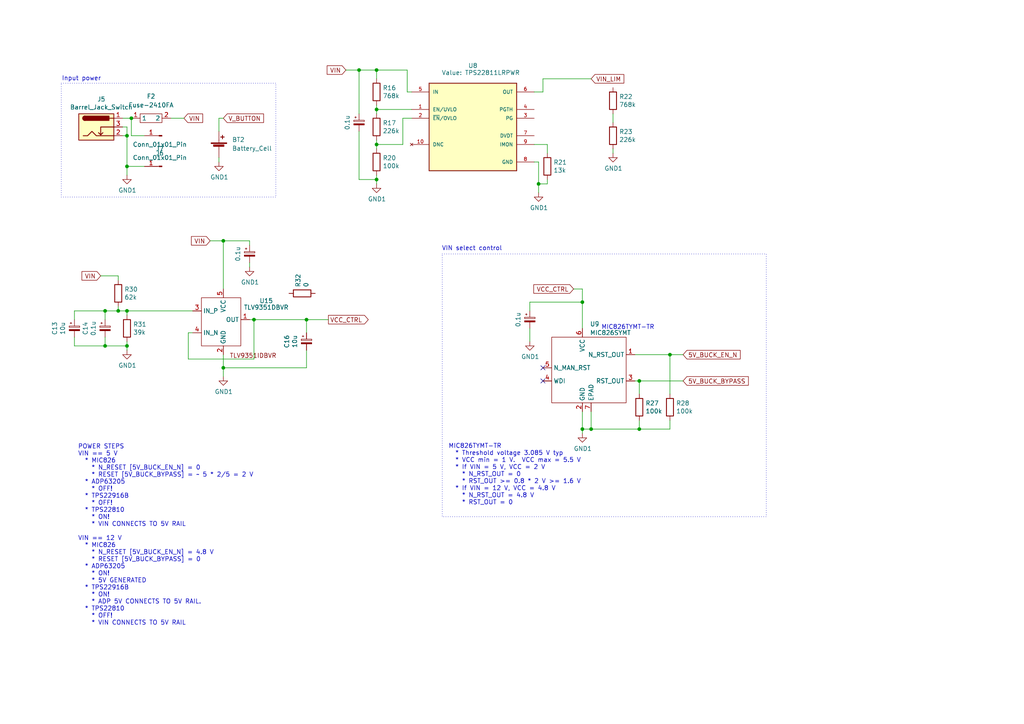
<source format=kicad_sch>
(kicad_sch (version 20231120) (generator "eeschema") (generator_version "8.0")
  (paper "A4")
  (lib_symbols
    (symbol "Connector:Barrel_Jack_Switch" (pin_names hide)
      (property "Reference" "J" (at 0 5.334 0))
      (property "Value" "Barrel_Jack_Switch" (at 0 -5.08 0))
      (symbol "Barrel_Jack_Switch_0_1"
        (rectangle (start -5.08 3.81) (end 5.08 -3.81) (stroke (width 0.254)) (fill (type background)))
        (arc (start -3.302 3.175) (mid -3.9343 2.54) (end -3.302 1.905) (stroke (width 0.254)))
        (arc (start -3.302 3.175) (mid -3.9343 2.54) (end -3.302 1.905) (stroke (width 0.254)) (fill (type outline)))
        (polyline (pts (xy 1.27 -2.286) (xy 1.905 -1.651)) (stroke (width 0.254)))
        (polyline (pts (xy 5.08 2.54) (xy 3.81 2.54)) (stroke (width 0.254)))
        (polyline (pts (xy 5.08 0) (xy 1.27 0) (xy 1.27 -2.286) (xy 0.635 -1.651)) (stroke (width 0.254)))
        (polyline (pts (xy -3.81 -2.54) (xy -2.54 -2.54) (xy -1.27 -1.27) (xy 0 -2.54) (xy 2.54 -2.54) (xy 5.08 -2.54)) (stroke (width 0.254)))
        (rectangle (start 3.683 3.175) (end -3.302 1.905) (stroke (width 0.254)) (fill (type outline)))
      )
      (symbol "Barrel_Jack_Switch_1_1"
        (pin passive line (at 7.62 2.54 180) (length 2.54) (name "~") (number "1"))
        (pin passive line (at 7.62 -2.54 180) (length 2.54) (name "~") (number "2"))
        (pin passive line (at 7.62 0 180) (length 2.54) (name "~") (number "3"))
      )
    )
    (symbol "Connector:Conn_01x01_Pin" (pin_names (offset 1.016) hide)
      (property "Reference" "J" (at 0 2.54 0))
      (property "Value" "Conn_01x01_Pin" (at 0 -2.54 0))
      (symbol "Conn_01x01_Pin_1_1"
        (polyline (pts (xy 1.27 0) (xy 0.8636 0)) (stroke (width 0.1524)))
        (rectangle (start 0.8636 0.127) (end 0 -0.127) (stroke (width 0.1524)) (fill (type outline)))
        (pin passive line (at 5.08 0 180) (length 3.81) (name "Pin_1") (number "1"))
      )
    )
    (symbol "Device:Battery_Cell" (pin_numbers hide) (pin_names (offset 0) hide)
      (property "Reference" "BT" (at 2.54 2.54 0))
      (property "Value" "Battery_Cell" (at 2.54 0 0))
      (symbol "Battery_Cell_0_1"
        (rectangle (start -2.286 1.778) (end 2.286 1.524) (fill (type outline)))
        (rectangle (start -1.5748 1.1938) (end 1.4732 0.6858) (fill (type outline)))
        (polyline (pts (xy 0 0.762) (xy 0 0)))
        (polyline (pts (xy 0 1.778) (xy 0 2.54)))
        (polyline (pts (xy 0.508 3.429) (xy 1.524 3.429)) (stroke (width 0.254)))
        (polyline (pts (xy 1.016 3.937) (xy 1.016 2.921)) (stroke (width 0.254)))
      )
      (symbol "Battery_Cell_1_1"
        (pin passive line (at 0 5.08 270) (length 2.54) (name "+") (number "1"))
        (pin passive line (at 0 -2.54 90) (length 2.54) (name "-") (number "2"))
      )
    )
    (symbol "Device:R" (pin_numbers hide) (pin_names (offset 0))
      (property "Reference" "R" (at 2.032 0 90))
      (property "Value" "R" (at 0 0 90))
      (symbol "R_0_1"
        (rectangle (start -1.016 -2.54) (end 1.016 2.54) (stroke (width 0.254)))
      )
      (symbol "R_1_1"
        (pin passive line (at 0 3.81 270) (length 1.27) (name "~") (number "1"))
        (pin passive line (at 0 -3.81 90) (length 1.27) (name "~") (number "2"))
      )
    )
    (symbol "power:GND1" (power) (pin_names (offset 0))
      (property "Value" "GND1" (at 0 -3.81 0))
      (symbol "GND1_0_1"
        (polyline (pts (xy 0 0) (xy 0 -1.27) (xy 1.27 -1.27) (xy 0 -2.54) (xy -1.27 -1.27) (xy 0 -1.27)))
      )
      (symbol "GND1_1_1"
        (pin power_in line (at 0 0 270) (length 0) hide (name "GND1") (number "1"))
      )
    )
    (symbol "spudglo_driver_v3p1-rescue:CP_Small-Device" (pin_numbers hide) (pin_names (offset 0.254) hide)
      (property "Reference" "C" (at 0.254 1.778 0))
      (property "Value" "CP_Small-Device" (at 0.254 -2.032 0))
      (symbol "CP_Small-Device_0_1"
        (rectangle (start -1.524 -0.3048) (end 1.524 -0.6858) (fill (type outline)))
        (rectangle (start -1.524 0.6858) (end 1.524 0.3048))
        (polyline (pts (xy -1.27 1.524) (xy -0.762 1.524)))
        (polyline (pts (xy -1.016 1.27) (xy -1.016 1.778)))
      )
      (symbol "CP_Small-Device_1_1"
        (pin passive line (at 0 2.54 270) (length 1.8542) (name "~") (number "1"))
        (pin passive line (at 0 -2.54 90) (length 1.8542) (name "~") (number "2"))
      )
    )
    (symbol "srw_custom:Fuse-2410FA"
      (property "Reference" "F" (at 0 0 0))
      (property "Value" "Fuse-2410FA" (at 0 2.54 0))
      (symbol "Fuse-2410FA_0_1"
        (rectangle (start 0 -2.54) (end 6.35 -5.08))
      )
      (symbol "Fuse-2410FA_1_1"
        (pin input line (at -2.54 -3.81 0) (length 2.54) (name "1") (number "1"))
        (pin input line (at 8.89 -3.81 180) (length 2.54) (name "2") (number "2"))
      )
    )
    (symbol "srw_custom:MIC826SYMT"
      (property "Reference" "U" (at -1.778 2.54 0))
      (symbol "MIC826SYMT_1_1"
        (rectangle (start 0 0) (end 21.59 -19.05))
        (pin input line (at 24.13 -5.08 180) (length 2.54) (name "N_RST_OUT") (number "1"))
        (pin input line (at 8.89 -21.59 90) (length 2.54) (name "GND") (number "2"))
        (pin input line (at 24.13 -12.7 180) (length 2.54) (name "RST_OUT") (number "3"))
        (pin input line (at -2.54 -12.7 0) (length 2.54) (name "WDI") (number "4"))
        (pin input line (at -2.54 -8.89 0) (length 2.54) (name "N_MAN_RST") (number "5"))
        (pin input line (at 8.89 2.54 270) (length 2.54) (name "VCC") (number "6"))
        (pin input line (at 11.43 -21.59 90) (length 2.54) (name "EPAD") (number "7"))
      )
    )
    (symbol "srw_custom:TLV9351IDBVR"
      (property "Reference" "U" (at 3.81 -1.778 0))
      (symbol "TLV9351IDBVR_0_1"
        (rectangle (start 3.81 -3.81) (end 15.24 -17.78))
      )
      (symbol "TLV9351IDBVR_1_1"
        (text "TLV9351IDBVR" (at 18.796 -20.574 0) (effects (font (size 1.27 1.27))))
        (pin input line (at 17.78 -10.16 180) (length 2.54) (name "OUT") (number "1"))
        (pin input line (at 10.16 -20.32 90) (length 2.54) (name "GND") (number "2"))
        (pin input line (at 1.27 -7.62 0) (length 2.54) (name "IN_P") (number "3"))
        (pin input line (at 1.27 -13.97 0) (length 2.54) (name "IN_N") (number "4"))
        (pin input line (at 10.16 -1.27 270) (length 2.54) (name "VCC") (number "5"))
      )
    )
    (symbol "srw_custom:TPS22811LRPWR" (pin_names (offset 1.016))
      (property "Reference" "U" (at -12.7 13.462 0))
      (property "Value" "TPS22811LRPWR" (at -12.7 -15.24 0))
      (symbol "TPS22811LRPWR_0_0"
        (rectangle (start -12.7 -12.7) (end 12.7 12.7) (stroke (width 0.254)) (fill (type background)))
        (pin input line (at -17.78 5.08 0) (length 5.08) (name "EN/UVLO") (number "1"))
        (pin no_connect line (at -17.78 -5.08 0) (length 5.08) (name "DNC") (number "10"))
        (pin input line (at -17.78 2.54 0) (length 5.08) (name "~{EN}/OVLO") (number "2"))
        (pin output line (at 17.78 2.54 180) (length 5.08) (name "PG") (number "3"))
        (pin input line (at 17.78 5.08 180) (length 5.08) (name "PGTH") (number "4"))
        (pin input line (at -17.78 10.16 0) (length 5.08) (name "IN") (number "5"))
        (pin output line (at 17.78 10.16 180) (length 5.08) (name "OUT") (number "6"))
        (pin output line (at 17.78 -2.54 180) (length 5.08) (name "DVDT") (number "7"))
        (pin power_in line (at 17.78 -10.16 180) (length 5.08) (name "GND") (number "8"))
        (pin output line (at 17.78 -5.08 180) (length 5.08) (name "IMON") (number "9"))
      )
    )
  )
  (junction (at 104.14 20.32))
  (junction (at 168.91 87.63))
  (junction (at 185.42 124.46))
  (junction (at 36.83 100.33))
  (junction (at 36.83 90.17))
  (junction (at 64.77 69.85))
  (junction (at 30.48 90.17))
  (junction (at 109.22 31.75))
  (junction (at 194.31 102.87))
  (junction (at 109.22 52.07))
  (junction (at 36.83 48.26))
  (junction (at 171.45 124.46))
  (junction (at 30.48 100.33))
  (junction (at 38.1 34.29))
  (junction (at 156.21 53.34))
  (junction (at 88.9 92.71))
  (junction (at 109.22 20.32))
  (junction (at 64.77 106.68))
  (junction (at 73.66 92.71))
  (junction (at 34.29 90.17))
  (junction (at 109.22 41.91))
  (junction (at 185.42 110.49))
  (junction (at 36.83 39.37))
  (junction (at 168.91 124.46))
  (no_connect (at 157.48 110.49))
  (no_connect (at 157.48 106.68))
  (wire (pts (xy 185.42 121.92) (xy 185.42 124.46)))
  (wire (pts (xy 153.67 87.63) (xy 168.91 87.63)))
  (wire (pts (xy 88.9 92.71) (xy 95.25 92.71)))
  (wire (pts (xy 60.96 69.85) (xy 64.77 69.85)))
  (wire (pts (xy 30.48 100.33) (xy 21.59 100.33)))
  (wire (pts (xy 109.22 20.32) (xy 109.22 22.86)))
  (wire (pts (xy 157.48 22.86) (xy 171.45 22.86)))
  (wire (pts (xy 73.66 92.71) (xy 88.9 92.71)))
  (wire (pts (xy 168.91 87.63) (xy 168.91 95.25)))
  (wire (pts (xy 156.21 46.99) (xy 156.21 53.34)))
  (wire (pts (xy 88.9 101.6) (xy 88.9 106.68)))
  (wire (pts (xy 156.21 53.34) (xy 156.21 55.88)))
  (wire (pts (xy 21.59 100.33) (xy 21.59 97.79)))
  (wire (pts (xy 30.48 100.33) (xy 36.83 100.33)))
  (wire (pts (xy 171.45 119.38) (xy 171.45 124.46)))
  (wire (pts (xy 36.83 90.17) (xy 36.83 91.44)))
  (wire (pts (xy 185.42 124.46) (xy 194.31 124.46)))
  (wire (pts (xy 104.14 38.1) (xy 104.14 52.07)))
  (wire (pts (xy 36.83 48.26) (xy 41.91 48.26)))
  (wire (pts (xy 171.45 124.46) (xy 185.42 124.46)))
  (wire (pts (xy 194.31 102.87) (xy 198.12 102.87)))
  (wire (pts (xy 153.67 95.25) (xy 153.67 99.06)))
  (wire (pts (xy 104.14 20.32) (xy 109.22 20.32)))
  (wire (pts (xy 36.83 99.06) (xy 36.83 100.33)))
  (wire (pts (xy 49.53 34.29) (xy 53.34 34.29)))
  (wire (pts (xy 157.48 22.86) (xy 157.48 26.67)))
  (wire (pts (xy 36.83 100.33) (xy 36.83 101.6)))
  (wire (pts (xy 30.48 97.79) (xy 30.48 100.33)))
  (wire (pts (xy 100.33 20.32) (xy 104.14 20.32)))
  (wire (pts (xy 158.75 52.07) (xy 158.75 53.34)))
  (wire (pts (xy 118.11 26.67) (xy 119.38 26.67)))
  (wire (pts (xy 177.8 33.02) (xy 177.8 35.56)))
  (wire (pts (xy 55.88 96.52) (xy 54.61 96.52)))
  (wire (pts (xy 109.22 52.07) (xy 109.22 53.34)))
  (wire (pts (xy 30.48 90.17) (xy 34.29 90.17)))
  (wire (pts (xy 73.66 92.71) (xy 73.66 104.14)))
  (wire (pts (xy 64.77 102.87) (xy 64.77 106.68)))
  (wire (pts (xy 157.48 26.67) (xy 154.94 26.67)))
  (wire (pts (xy 34.29 88.9) (xy 34.29 90.17)))
  (wire (pts (xy 63.5 38.1) (xy 63.5 34.29)))
  (wire (pts (xy 168.91 83.82) (xy 168.91 87.63)))
  (wire (pts (xy 166.37 83.82) (xy 168.91 83.82)))
  (wire (pts (xy 72.39 69.85) (xy 72.39 71.12)))
  (wire (pts (xy 109.22 41.91) (xy 109.22 40.64)))
  (wire (pts (xy 109.22 41.91) (xy 109.22 43.18)))
  (wire (pts (xy 64.77 106.68) (xy 64.77 109.22)))
  (wire (pts (xy 21.59 90.17) (xy 30.48 90.17)))
  (wire (pts (xy 21.59 92.71) (xy 21.59 90.17)))
  (wire (pts (xy 36.83 48.26) (xy 36.83 50.8)))
  (wire (pts (xy 116.84 34.29) (xy 116.84 41.91)))
  (wire (pts (xy 36.83 90.17) (xy 55.88 90.17)))
  (wire (pts (xy 63.5 45.72) (xy 63.5 46.99)))
  (wire (pts (xy 116.84 41.91) (xy 109.22 41.91)))
  (wire (pts (xy 156.21 53.34) (xy 158.75 53.34)))
  (wire (pts (xy 63.5 34.29) (xy 64.77 34.29)))
  (wire (pts (xy 104.14 52.07) (xy 109.22 52.07)))
  (wire (pts (xy 35.56 39.37) (xy 36.83 39.37)))
  (wire (pts (xy 184.15 102.87) (xy 194.31 102.87)))
  (wire (pts (xy 34.29 81.28) (xy 34.29 80.01)))
  (wire (pts (xy 185.42 110.49) (xy 185.42 114.3)))
  (wire (pts (xy 185.42 110.49) (xy 198.12 110.49)))
  (wire (pts (xy 29.21 80.01) (xy 34.29 80.01)))
  (wire (pts (xy 153.67 87.63) (xy 153.67 90.17)))
  (wire (pts (xy 72.39 76.2) (xy 72.39 77.47)))
  (wire (pts (xy 158.75 41.91) (xy 154.94 41.91)))
  (wire (pts (xy 73.66 92.71) (xy 72.39 92.71)))
  (wire (pts (xy 109.22 50.8) (xy 109.22 52.07)))
  (wire (pts (xy 109.22 20.32) (xy 118.11 20.32)))
  (wire (pts (xy 64.77 69.85) (xy 72.39 69.85)))
  (wire (pts (xy 64.77 69.85) (xy 64.77 83.82)))
  (wire (pts (xy 88.9 92.71) (xy 88.9 96.52)))
  (wire (pts (xy 54.61 104.14) (xy 73.66 104.14)))
  (wire (pts (xy 109.22 30.48) (xy 109.22 31.75)))
  (wire (pts (xy 36.83 36.83) (xy 35.56 36.83)))
  (wire (pts (xy 38.1 39.37) (xy 38.1 34.29)))
  (wire (pts (xy 104.14 20.32) (xy 104.14 33.02)))
  (wire (pts (xy 168.91 124.46) (xy 168.91 125.73)))
  (wire (pts (xy 194.31 114.3) (xy 194.31 102.87)))
  (wire (pts (xy 184.15 110.49) (xy 185.42 110.49)))
  (wire (pts (xy 158.75 44.45) (xy 158.75 41.91)))
  (wire (pts (xy 177.8 43.18) (xy 177.8 44.45)))
  (wire (pts (xy 36.83 39.37) (xy 36.83 48.26)))
  (wire (pts (xy 54.61 96.52) (xy 54.61 104.14)))
  (wire (pts (xy 109.22 31.75) (xy 119.38 31.75)))
  (wire (pts (xy 168.91 119.38) (xy 168.91 124.46)))
  (wire (pts (xy 34.29 90.17) (xy 36.83 90.17)))
  (wire (pts (xy 154.94 46.99) (xy 156.21 46.99)))
  (wire (pts (xy 168.91 124.46) (xy 171.45 124.46)))
  (wire (pts (xy 109.22 31.75) (xy 109.22 33.02)))
  (wire (pts (xy 119.38 34.29) (xy 116.84 34.29)))
  (wire (pts (xy 118.11 20.32) (xy 118.11 26.67)))
  (wire (pts (xy 194.31 121.92) (xy 194.31 124.46)))
  (wire (pts (xy 35.56 34.29) (xy 38.1 34.29)))
  (wire (pts (xy 30.48 90.17) (xy 30.48 92.71)))
  (wire (pts (xy 41.91 39.37) (xy 38.1 39.37)))
  (wire (pts (xy 36.83 39.37) (xy 36.83 36.83)))
  (wire (pts (xy 64.77 106.68) (xy 88.9 106.68)))
  (rectangle (start 17.78 24.13) (end 80.01 57.15) (stroke (width 0) (type dot)))
  (rectangle (start 128.27 73.66) (end 222.25 149.86) (stroke (width 0) (type dot)))
  (text "MIC826TYMT-TR" (at 182.118 94.996 0) (effects (font (size 1.27 1.27))))
  (text "MIC826TYMT-TR\n  * Threshold voltage 3.085 V typ\n  * VCC min = 1 V.  VCC max = 5.5 V\n  * If VIN = 5 V, VCC = 2 V\n    * N_RST_OUT = 0 \n    * RST_OUT >= 0.8 * 2 V >= 1.6 V\n  * If VIN = 12 V, VCC = 4.8 V\n    * N_RST_OUT = 4.8 V \n    * RST_OUT = 0 \n" (at 130.048 137.668 0) (effects (font (size 1.27 1.27)) (justify left)))
  (text "Input power\n" (at 23.622 22.86 0) (effects (font (size 1.27 1.27))))
  (text "VIN select control" (at 136.906 72.136 0) (effects (font (size 1.27 1.27))))
  (text "POWER STEPS\nVIN == 5 V\n  * MIC826\n    * N_RESET [5V_BUCK_EN_N] = 0\n    * RESET [5V_BUCK_BYPASS] = ~ 5 * 2/5 = 2 V\n  * ADP63205\n    * OFF! \n  * TPS22916B\n    * OFF! \n  * TPS22810\n    * ON!  \n    * VIN CONNECTS TO 5V RAIL\n\nVIN == 12 V\n  * MIC826 \n    * N_RESET [5V_BUCK_EN_N] = 4.8 V\n    * RESET [5V_BUCK_BYPASS] = 0\n  * ADP63205\n    * ON! \n    * 5V GENERATED\n  * TPS22916B\n    * ON!\n    * ADP 5V CONNECTS TO 5V RAIL.\n  * TPS22810\n    * OFF!  \n    * VIN CONNECTS TO 5V RAIL" (at 22.606 155.194 0) (effects (font (size 1.27 1.27)) (justify left)))
  (global_label "5V_BUCK_EN_N" (shape input) (at 198.12 102.87 0) (property "Intersheetrefs" "${INTERSHEET_REFS}" (effects (hide yes))))
  (global_label "VCC_CTRL" (shape input) (at 166.37 83.82 180) (property "Intersheetrefs" "${INTERSHEET_REFS}" (effects (hide yes))))
  (global_label "V_BUTTON" (shape input) (at 64.77 34.29 0) (property "Intersheetrefs" "${INTERSHEET_REFS}" (effects (hide yes))))
  (global_label "VIN" (shape input) (at 53.34 34.29 0) (property "Intersheetrefs" "${INTERSHEET_REFS}" (effects (hide yes))))
  (global_label "VIN_LIM" (shape input) (at 171.45 22.86 0) (property "Intersheetrefs" "${INTERSHEET_REFS}" (effects (hide yes))))
  (global_label "5V_BUCK_BYPASS" (shape input) (at 198.12 110.49 0) (property "Intersheetrefs" "${INTERSHEET_REFS}" (effects (hide yes))))
  (global_label "VIN" (shape input) (at 29.21 80.01 180) (property "Intersheetrefs" "${INTERSHEET_REFS}" (effects (hide yes))))
  (global_label "VIN" (shape input) (at 100.33 20.32 180) (property "Intersheetrefs" "${INTERSHEET_REFS}" (effects (hide yes))))
  (global_label "VIN" (shape input) (at 60.96 69.85 180) (property "Intersheetrefs" "${INTERSHEET_REFS}" (effects (hide yes))))
  (global_label "VCC_CTRL" (shape output) (at 95.25 92.71 0) (property "Intersheetrefs" "${INTERSHEET_REFS}" (effects (hide yes))))
  (symbol (lib_id "power:GND1") (at 177.8 44.45 0) (unit 1)
    (property "Reference" "#PWR039" (effects (hide yes)))
    (property "Value" "GND1" (at 177.927 48.8442 0))
    (instances (project "spudglo_driver_v8p0" (path "" (reference "#PWR043") (unit 1)) (path "" (reference "#PWR039") (unit 1))))
  )
  (symbol (lib_id "Device:R") (at 109.22 36.83 0) (unit 1)
    (property "Reference" "R7" (at 110.998 35.6616 0) (effects (justify left)))
    (property "Value" "226k" (at 110.998 37.973 0) (effects (justify left)))
    (property "Footprint" "Resistor_SMD:R_0402_1005Metric_Pad0.72x0.64mm_HandSolder" (effects (hide yes)))
    (instances (project "spudglo_driver_v8p0" (path "" (reference "R17") (unit 1)) (path "" (reference "R7") (unit 1))))
  )
  (symbol (lib_id "srw_custom:TPS22811LRPWR") (at 137.16 36.83 0) (unit 1)
    (property "Reference" "U5" (at 137.16 19.05 0))
    (property "Value" "TPS22811LRPWR" (at 139.446 21.082 0) (show_name yes))
    (property "Footprint" "srw_custom:IC_TPS22811LRPWR" (effects (hide yes)))
    (property "PARTREV" "A" (effects (hide yes)))
    (property "MANUFACTURER" "Texas Instruments" (effects (hide yes)))
    (property "SNAPEDA_PN" "TPS22811LRPWR" (effects (hide yes)))
    (property "MAXIMUM_PACKAGE_HEIGHT" "1mm" (effects (hide yes)))
    (property "STANDARD" "Manufacturer Recommendations" (effects (hide yes)))
    (instances (project "spudglo_driver_v8p0" (path "" (reference "U8") (unit 1)) (path "" (reference "U5") (unit 1))))
  )
  (symbol (lib_id "Connector:Conn_01x01_Pin") (at 46.99 39.37 180) (unit 1)
    (property "Reference" "J2" (at 46.355 44.45 0))
    (property "Value" "Conn_01x01_Pin" (at 46.355 41.91 0))
    (property "Footprint" "Connector_Pin:Pin_D1.3mm_L11.0mm_LooseFit" (effects (hide yes)))
    (property "Description" "Generic connector, single row, 01x01, script generated" (effects (hide yes)))
    (instances (project "spudglo_driver_v8p0" (path "" (reference "J6") (unit 1)) (path "" (reference "J2") (unit 1))))
  )
  (symbol (lib_id "Device:R") (at 34.29 85.09 0) (unit 1)
    (property "Reference" "R25" (at 36.068 83.9216 0) (effects (justify left)))
    (property "Value" "62k" (at 36.068 86.233 0) (effects (justify left)))
    (property "Footprint" "Resistor_SMD:R_0402_1005Metric_Pad0.72x0.64mm_HandSolder" (effects (hide yes)))
    (instances (project "spudglo_driver_v8p0" (path "" (reference "R30") (unit 1)) (path "" (reference "R25") (unit 1))))
  )
  (symbol (lib_id "Device:R") (at 177.8 29.21 0) (unit 1)
    (property "Reference" "R14" (at 179.578 28.0416 0) (effects (justify left)))
    (property "Value" "768k" (at 179.578 30.353 0) (effects (justify left)))
    (property "Footprint" "Resistor_SMD:R_0402_1005Metric_Pad0.72x0.64mm_HandSolder" (effects (hide yes)))
    (instances (project "spudglo_driver_v8p0" (path "" (reference "R22") (unit 1)) (path "" (reference "R14") (unit 1))))
  )
  (symbol (lib_id "Device:R") (at 109.22 26.67 0) (unit 1)
    (property "Reference" "R2" (at 110.998 25.5016 0) (effects (justify left)))
    (property "Value" "768k" (at 110.998 27.813 0) (effects (justify left)))
    (property "Footprint" "Resistor_SMD:R_0402_1005Metric_Pad0.72x0.64mm_HandSolder" (effects (hide yes)))
    (instances (project "spudglo_driver_v8p0" (path "" (reference "R16") (unit 1)) (path "" (reference "R2") (unit 1))))
  )
  (symbol (lib_id "srw_custom:TLV9351IDBVR") (at 54.61 82.55 0) (unit 1)
    (property "Reference" "U10" (at 77.216 87.2489 0))
    (property "Value" "TLV9351DBVR" (at 77.216 89.154 0))
    (property "Footprint" "Package_TO_SOT_SMD:SOT-23-5" (effects (hide yes)))
    (property "Datasheet" "https://www.ti.com/lit/ds/symlink/tlv9354.pdf?HQS=dis-dk-null-digikeymode-dsf-pf-null-wwe&ts=1732030017863" (effects (hide yes)))
    (instances (project "spudglo_driver_v8p0" (path "" (reference "U15") (unit 1)) (path "" (reference "U10") (unit 1))))
  )
  (symbol (lib_id "power:GND1") (at 109.22 53.34 0) (unit 1)
    (property "Reference" "#PWR037" (effects (hide yes)))
    (property "Value" "GND1" (at 109.347 57.7342 0))
    (instances (project "spudglo_driver_v8p0" (path "" (reference "#PWR040") (unit 1)) (path "" (reference "#PWR037") (unit 1))))
  )
  (symbol (lib_id "spudglo_driver_v3p1-rescue:CP_Small-Device") (at 72.39 73.66 0) (unit 1)
    (property "Reference" "C11" (effects (hide yes)))
    (property "Value" "0.1u" (at 68.9864 73.66 90))
    (property "Footprint" "Capacitor_SMD:C_0402_1005Metric_Pad0.74x0.62mm_HandSolder" (effects (hide yes)))
    (instances (project "spudglo_driver_v8p0" (path "" (reference "C15") (unit 1)) (path "" (reference "C11") (unit 1))))
  )
  (symbol (lib_id "Device:R") (at 87.63 85.09 90) (unit 1)
    (property "Reference" "R29" (at 86.4616 83.312 0) (effects (justify left)))
    (property "Value" "0" (at 88.773 83.312 0) (effects (justify left)))
    (property "Footprint" "Resistor_SMD:R_0402_1005Metric_Pad0.72x0.64mm_HandSolder" (effects (hide yes)))
    (instances (project "spudglo_driver_v8p0" (path "" (reference "R32") (unit 1)) (path "" (reference "R29") (unit 1))))
  )
  (symbol (lib_id "Device:R") (at 185.42 118.11 0) (unit 1)
    (property "Reference" "R8" (at 187.198 116.9416 0) (effects (justify left)))
    (property "Value" "100k" (at 187.198 119.253 0) (effects (justify left)))
    (property "Footprint" "Resistor_SMD:R_0402_1005Metric_Pad0.72x0.64mm_HandSolder" (effects (hide yes)))
    (instances (project "spudglo_driver_v8p0" (path "" (reference "R27") (unit 1)) (path "" (reference "R8") (unit 1))))
  )
  (symbol (lib_id "spudglo_driver_v3p1-rescue:CP_Small-Device") (at 30.48 95.25 0) (unit 1)
    (property "Reference" "C10" (at 24.765 95.25 90))
    (property "Value" "0.1u" (at 27.0764 95.25 90))
    (property "Footprint" "Capacitor_SMD:C_0402_1005Metric_Pad0.74x0.62mm_HandSolder" (effects (hide yes)))
    (instances (project "spudglo_driver_v8p0" (path "" (reference "C14") (unit 1)) (path "" (reference "C10") (unit 1))))
  )
  (symbol (lib_id "Device:R") (at 177.8 39.37 0) (unit 1)
    (property "Reference" "R15" (at 179.578 38.2016 0) (effects (justify left)))
    (property "Value" "226k" (at 179.578 40.513 0) (effects (justify left)))
    (property "Footprint" "Resistor_SMD:R_0402_1005Metric_Pad0.72x0.64mm_HandSolder" (effects (hide yes)))
    (instances (project "spudglo_driver_v8p0" (path "" (reference "R23") (unit 1)) (path "" (reference "R15") (unit 1))))
  )
  (symbol (lib_id "power:GND1") (at 156.21 55.88 0) (unit 1)
    (property "Reference" "#PWR038" (effects (hide yes)))
    (property "Value" "GND1" (at 156.337 60.2742 0))
    (instances (project "spudglo_driver_v8p0" (path "" (reference "#PWR042") (unit 1)) (path "" (reference "#PWR038") (unit 1))))
  )
  (symbol (lib_id "spudglo_driver_v3p1-rescue:CP_Small-Device") (at 153.67 92.71 0) (unit 1)
    (property "Reference" "C7" (effects (hide yes)))
    (property "Value" "0.1u" (at 150.2664 92.71 90))
    (property "Footprint" "Capacitor_SMD:C_0402_1005Metric_Pad0.74x0.62mm_HandSolder" (effects (hide yes)))
    (instances (project "spudglo_driver_v8p0" (path "" (reference "C8") (unit 1)) (path "" (reference "C7") (unit 1))))
  )
  (symbol (lib_id "spudglo_driver_v3p1-rescue:CP_Small-Device") (at 104.14 35.56 0) (unit 1)
    (property "Reference" "C3" (effects (hide yes)))
    (property "Value" "0.1u" (at 100.7364 35.56 90))
    (property "Footprint" "Capacitor_SMD:C_0402_1005Metric_Pad0.74x0.62mm_HandSolder" (effects (hide yes)))
    (instances (project "spudglo_driver_v8p0" (path "" (reference "C6") (unit 1)) (path "" (reference "C3") (unit 1))))
  )
  (symbol (lib_id "Connector:Barrel_Jack_Switch") (at 27.94 36.83 0) (unit 1)
    (property "Reference" "J1" (at 29.3878 28.7782 0))
    (property "Value" "Barrel_Jack_Switch" (at 29.3878 31.0896 0))
    (property "Footprint" "Connector_BarrelJack:BarrelJack_Wuerth_6941xx301002" (effects (hide yes)))
    (instances (project "spudglo_driver_v8p0" (path "" (reference "J5") (unit 1)) (path "" (reference "J1") (unit 1))))
  )
  (symbol (lib_id "srw_custom:Fuse-2410FA") (at 40.64 30.48 0) (unit 1)
    (property "Reference" "F1" (at 43.815 27.94 0))
    (property "Value" "Fuse-2410FA" (at 43.815 30.48 0))
    (property "Footprint" "srw_custom:2410FA" (effects (hide yes)))
    (instances (project "spudglo_driver_v8p0" (path "" (reference "F2") (unit 1)) (path "" (reference "F1") (unit 1))))
  )
  (symbol (lib_id "power:GND1") (at 168.91 125.73 0) (unit 1)
    (property "Reference" "#PWR033" (effects (hide yes)))
    (property "Value" "GND1" (at 169.037 130.1242 0))
    (instances (project "spudglo_driver_v8p0" (path "" (reference "#PWR045") (unit 1)) (path "" (reference "#PWR033") (unit 1))))
  )
  (symbol (lib_id "power:GND1") (at 36.83 101.6 0) (unit 1)
    (property "Reference" "#PWR041" (effects (hide yes)))
    (property "Value" "GND1" (at 36.957 105.9942 0))
    (instances (project "spudglo_driver_v8p0" (path "" (reference "#PWR048") (unit 1)) (path "" (reference "#PWR041") (unit 1))))
  )
  (symbol (lib_id "power:GND1") (at 153.67 99.06 0) (unit 1)
    (property "Reference" "#PWR01" (effects (hide yes)))
    (property "Value" "GND1" (at 153.797 103.4542 0))
    (instances (project "spudglo_driver_v8p0" (path "" (reference "#PWR044") (unit 1)) (path "" (reference "#PWR01") (unit 1))))
  )
  (symbol (lib_id "Connector:Conn_01x01_Pin") (at 46.99 48.26 180) (unit 1)
    (property "Reference" "J4" (at 46.355 43.18 0))
    (property "Value" "Conn_01x01_Pin" (at 46.355 45.72 0))
    (property "Footprint" "Connector_Pin:Pin_D1.3mm_L11.0mm_LooseFit" (effects (hide yes)))
    (property "Description" "Generic connector, single row, 01x01, script generated" (effects (hide yes)))
    (instances (project "spudglo_driver_v8p0" (path "" (reference "J7") (unit 1)) (path "" (reference "J4") (unit 1))))
  )
  (symbol (lib_id "power:GND1") (at 72.39 77.47 0) (unit 1)
    (property "Reference" "#PWR047" (effects (hide yes)))
    (property "Value" "GND1" (at 72.517 81.8642 0))
    (instances (project "spudglo_driver_v8p0" (path "" (reference "#PWR050") (unit 1)) (path "" (reference "#PWR047") (unit 1))))
  )
  (symbol (lib_id "Device:R") (at 158.75 48.26 0) (unit 1)
    (property "Reference" "R13" (at 160.528 47.0916 0) (effects (justify left)))
    (property "Value" "13k" (at 160.528 49.403 0) (effects (justify left)))
    (property "Footprint" "Resistor_SMD:R_0402_1005Metric_Pad0.72x0.64mm_HandSolder" (effects (hide yes)))
    (instances (project "spudglo_driver_v8p0" (path "" (reference "R21") (unit 1)) (path "" (reference "R13") (unit 1))))
  )
  (symbol (lib_id "Device:R") (at 194.31 118.11 0) (unit 1)
    (property "Reference" "R11" (at 196.088 116.9416 0) (effects (justify left)))
    (property "Value" "100k" (at 196.088 119.253 0) (effects (justify left)))
    (property "Footprint" "Resistor_SMD:R_0402_1005Metric_Pad0.72x0.64mm_HandSolder" (effects (hide yes)))
    (instances (project "spudglo_driver_v8p0" (path "" (reference "R28") (unit 1)) (path "" (reference "R11") (unit 1))))
  )
  (symbol (lib_id "srw_custom:MIC826SYMT") (at 160.02 97.79 0) (unit 1)
    (property "Reference" "U7" (at 171.1041 93.98 0) (effects (justify left)))
    (property "Value" "MIC826SYMT" (at 171.1041 96.52 0) (effects (justify left)))
    (property "Footprint" "srw_custom:MIC826SYMT" (effects (hide yes)))
    (instances (project "spudglo_driver_v8p0" (path "" (reference "U9") (unit 1)) (path "" (reference "U7") (unit 1))))
  )
  (symbol (lib_id "power:GND1") (at 36.83 50.8 0) (unit 1)
    (property "Reference" "#PWR012" (effects (hide yes)))
    (property "Value" "GND1" (at 36.957 55.1942 0))
    (instances (project "spudglo_driver_v8p0" (path "" (reference "#PWR032") (unit 1)) (path "" (reference "#PWR012") (unit 1))))
  )
  (symbol (lib_id "spudglo_driver_v3p1-rescue:CP_Small-Device") (at 88.9 99.06 0) (unit 1)
    (property "Reference" "C12" (at 83.185 99.06 90))
    (property "Value" "10u" (at 85.4964 99.06 90))
    (property "Footprint" "Capacitor_SMD:C_0402_1005Metric_Pad0.74x0.62mm_HandSolder" (effects (hide yes)))
    (instances (project "spudglo_driver_v8p0" (path "" (reference "C16") (unit 1)) (path "" (reference "C12") (unit 1))))
  )
  (symbol (lib_id "Device:R") (at 36.83 95.25 0) (unit 1)
    (property "Reference" "R26" (at 38.608 94.0816 0) (effects (justify left)))
    (property "Value" "39k" (at 38.608 96.393 0) (effects (justify left)))
    (property "Footprint" "Resistor_SMD:R_0402_1005Metric_Pad0.72x0.64mm_HandSolder" (effects (hide yes)))
    (instances (project "spudglo_driver_v8p0" (path "" (reference "R31") (unit 1)) (path "" (reference "R26") (unit 1))))
  )
  (symbol (lib_id "Device:R") (at 109.22 46.99 0) (unit 1)
    (property "Reference" "R12" (at 110.998 45.8216 0) (effects (justify left)))
    (property "Value" "100k" (at 110.998 48.133 0) (effects (justify left)))
    (property "Footprint" "Resistor_SMD:R_0402_1005Metric_Pad0.72x0.64mm_HandSolder" (effects (hide yes)))
    (instances (project "spudglo_driver_v8p0" (path "" (reference "R20") (unit 1)) (path "" (reference "R12") (unit 1))))
  )
  (symbol (lib_id "Device:Battery_Cell") (at 63.5 43.18 0) (unit 1)
    (property "Reference" "BT1" (at 67.31 40.513 0) (effects (justify left)))
    (property "Value" "Battery_Cell" (at 67.31 43.053 0) (effects (justify left)))
    (property "Footprint" "Battery:BatteryHolder_Keystone_500" (effects (hide yes)))
    (instances (project "spudglo_driver_v8p0" (path "" (reference "BT2") (unit 1)) (path "" (reference "BT1") (unit 1))))
  )
  (symbol (lib_id "power:GND1") (at 63.5 46.99 0) (unit 1)
    (property "Reference" "#PWR019" (effects (hide yes)))
    (property "Value" "GND1" (at 63.627 51.3842 0))
    (instances (project "spudglo_driver_v8p0" (path "" (reference "#PWR036") (unit 1)) (path "" (reference "#PWR019") (unit 1))))
  )
  (symbol (lib_id "power:GND1") (at 64.77 109.22 0) (unit 1)
    (property "Reference" "#PWR046" (effects (hide yes)))
    (property "Value" "GND1" (at 64.897 113.6142 0))
    (instances (project "spudglo_driver_v8p0" (path "" (reference "#PWR049") (unit 1)) (path "" (reference "#PWR046") (unit 1))))
  )
  (symbol (lib_id "spudglo_driver_v3p1-rescue:CP_Small-Device") (at 21.59 95.25 0) (unit 1)
    (property "Reference" "C9" (at 15.875 95.25 90))
    (property "Value" "10u" (at 18.1864 95.25 90))
    (property "Footprint" "Capacitor_SMD:C_0402_1005Metric_Pad0.74x0.62mm_HandSolder" (effects (hide yes)))
    (instances (project "spudglo_driver_v8p0" (path "" (reference "C13") (unit 1)) (path "" (reference "C9") (unit 1))))
  )
)
</source>
